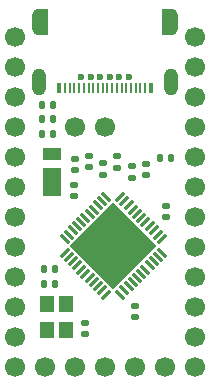
<source format=gts>
G04 #@! TF.GenerationSoftware,KiCad,Pcbnew,(5.99.0-11424-g2f41dd4074)*
G04 #@! TF.CreationDate,2021-09-18T21:26:06+03:00*
G04 #@! TF.ProjectId,goldfish,676f6c64-6669-4736-982e-6b696361645f,C*
G04 #@! TF.SameCoordinates,Original*
G04 #@! TF.FileFunction,Soldermask,Top*
G04 #@! TF.FilePolarity,Negative*
%FSLAX46Y46*%
G04 Gerber Fmt 4.6, Leading zero omitted, Abs format (unit mm)*
G04 Created by KiCad (PCBNEW (5.99.0-11424-g2f41dd4074)) date 2021-09-18 21:26:06*
%MOMM*%
%LPD*%
G01*
G04 APERTURE LIST*
G04 Aperture macros list*
%AMRoundRect*
0 Rectangle with rounded corners*
0 $1 Rounding radius*
0 $2 $3 $4 $5 $6 $7 $8 $9 X,Y pos of 4 corners*
0 Add a 4 corners polygon primitive as box body*
4,1,4,$2,$3,$4,$5,$6,$7,$8,$9,$2,$3,0*
0 Add four circle primitives for the rounded corners*
1,1,$1+$1,$2,$3*
1,1,$1+$1,$4,$5*
1,1,$1+$1,$6,$7*
1,1,$1+$1,$8,$9*
0 Add four rect primitives between the rounded corners*
20,1,$1+$1,$2,$3,$4,$5,0*
20,1,$1+$1,$4,$5,$6,$7,0*
20,1,$1+$1,$6,$7,$8,$9,0*
20,1,$1+$1,$8,$9,$2,$3,0*%
%AMRotRect*
0 Rectangle, with rotation*
0 The origin of the aperture is its center*
0 $1 length*
0 $2 width*
0 $3 Rotation angle, in degrees counterclockwise*
0 Add horizontal line*
21,1,$1,$2,0,0,$3*%
G04 Aperture macros list end*
%ADD10RoundRect,0.062500X-0.380070X0.291682X0.291682X-0.380070X0.380070X-0.291682X-0.291682X0.380070X0*%
%ADD11RoundRect,0.062500X-0.380070X-0.291682X-0.291682X-0.380070X0.380070X0.291682X0.291682X0.380070X0*%
%ADD12RotRect,5.200000X5.200000X315.000000*%
%ADD13RoundRect,0.147500X-0.147500X-0.172500X0.147500X-0.172500X0.147500X0.172500X-0.147500X0.172500X0*%
%ADD14RoundRect,0.147500X0.172500X-0.147500X0.172500X0.147500X-0.172500X0.147500X-0.172500X-0.147500X0*%
%ADD15R,1.200000X1.400000*%
%ADD16R,1.500000X2.400000*%
%ADD17R,1.500000X1.050000*%
%ADD18R,0.230000X0.850000*%
%ADD19C,0.600000*%
%ADD20R,0.460000X0.850000*%
%ADD21R,0.700000X2.300000*%
%ADD22O,1.200000X2.300000*%
%ADD23C,1.700000*%
%ADD24RoundRect,0.147500X-0.172500X0.147500X-0.172500X-0.147500X0.172500X-0.147500X0.172500X0.147500X0*%
%ADD25RoundRect,0.147500X0.147500X0.172500X-0.147500X0.172500X-0.147500X-0.172500X0.147500X-0.172500X0*%
G04 APERTURE END LIST*
D10*
X30107798Y-40872264D03*
X29754245Y-41225818D03*
X29400691Y-41579371D03*
X29047138Y-41932924D03*
X28693585Y-42286478D03*
X28340031Y-42640031D03*
X27986478Y-42993585D03*
X27632924Y-43347138D03*
X27279371Y-43700691D03*
X26925818Y-44054245D03*
X26572264Y-44407798D03*
D11*
X26572264Y-45592202D03*
X26925818Y-45945755D03*
X27279371Y-46299309D03*
X27632924Y-46652862D03*
X27986478Y-47006415D03*
X28340031Y-47359969D03*
X28693585Y-47713522D03*
X29047138Y-48067076D03*
X29400691Y-48420629D03*
X29754245Y-48774182D03*
X30107798Y-49127736D03*
D10*
X31292202Y-49127736D03*
X31645755Y-48774182D03*
X31999309Y-48420629D03*
X32352862Y-48067076D03*
X32706415Y-47713522D03*
X33059969Y-47359969D03*
X33413522Y-47006415D03*
X33767076Y-46652862D03*
X34120629Y-46299309D03*
X34474182Y-45945755D03*
X34827736Y-45592202D03*
D11*
X34827736Y-44407798D03*
X34474182Y-44054245D03*
X34120629Y-43700691D03*
X33767076Y-43347138D03*
X33413522Y-42993585D03*
X33059969Y-42640031D03*
X32706415Y-42286478D03*
X32352862Y-41932924D03*
X31999309Y-41579371D03*
X31645755Y-41225818D03*
X31292202Y-40872264D03*
D12*
X30700000Y-45000000D03*
D13*
X24815000Y-48200000D03*
X25785000Y-48200000D03*
D14*
X28300000Y-52485000D03*
X28300000Y-51515000D03*
D15*
X26700000Y-52100000D03*
X26700000Y-49900000D03*
X25100000Y-49900000D03*
X25100000Y-52100000D03*
D14*
X28650000Y-38335000D03*
X28650000Y-37365000D03*
X29850000Y-38985000D03*
X29850000Y-38015000D03*
D13*
X24665000Y-35500000D03*
X25635000Y-35500000D03*
D14*
X27450000Y-38585000D03*
X27450000Y-37615000D03*
X32250000Y-39235000D03*
X32250000Y-38265000D03*
D16*
X25500000Y-39600000D03*
D17*
X25500000Y-37225000D03*
D14*
X27400000Y-40785000D03*
X27400000Y-39815000D03*
D13*
X34615000Y-37600000D03*
X35585000Y-37600000D03*
D18*
X32200000Y-31615000D03*
X31800000Y-31615000D03*
X31400000Y-31615000D03*
X31000000Y-31615000D03*
X30600000Y-31615000D03*
X30200000Y-31615000D03*
X29800000Y-31615000D03*
X29400000Y-31615000D03*
X29000000Y-31615000D03*
X28600000Y-31615000D03*
X28200000Y-31615000D03*
X27800000Y-31615000D03*
X26600000Y-31615000D03*
X27000000Y-31615000D03*
X27400000Y-31615000D03*
D19*
X28000000Y-30690000D03*
X28800000Y-30690000D03*
X29600000Y-30690000D03*
X30400000Y-30690000D03*
X31200000Y-30690000D03*
X32000000Y-30690000D03*
D18*
X32600000Y-31615000D03*
X33000000Y-31615000D03*
X33400000Y-31615000D03*
D20*
X26085000Y-31615000D03*
X33915000Y-31615000D03*
D21*
X24800000Y-26090000D03*
X35200000Y-26090000D03*
D22*
X24450000Y-31140000D03*
X35550000Y-26090000D03*
X24450000Y-26090000D03*
X35550000Y-31140000D03*
D23*
X35080000Y-55240000D03*
X32540000Y-55240000D03*
X30000000Y-55240000D03*
X27460000Y-55240000D03*
X24920000Y-55240000D03*
X27460000Y-34920000D03*
X30000000Y-34920000D03*
X22380000Y-55240000D03*
X22380000Y-52700000D03*
X22380000Y-50160000D03*
X22380000Y-47620000D03*
X22380000Y-45080000D03*
X22380000Y-42540000D03*
X22380000Y-40000000D03*
X22380000Y-37460000D03*
X22380000Y-34920000D03*
X22380000Y-32380000D03*
X22380000Y-29840000D03*
X22380000Y-27300000D03*
X37620000Y-27300000D03*
X37620000Y-29840000D03*
X37620000Y-32380000D03*
X37620000Y-34920000D03*
X37620000Y-37460000D03*
X37620000Y-40000000D03*
X37620000Y-42540000D03*
X37620000Y-45080000D03*
X37620000Y-47620000D03*
X37620000Y-50160000D03*
X37620000Y-52700000D03*
X37620000Y-55240000D03*
D13*
X24665000Y-33100000D03*
X25635000Y-33100000D03*
X24665000Y-34300000D03*
X25635000Y-34300000D03*
D14*
X31050000Y-38385000D03*
X31050000Y-37415000D03*
D24*
X35200000Y-41615000D03*
X35200000Y-42585000D03*
X32550000Y-50065000D03*
X32550000Y-51035000D03*
D25*
X25785000Y-47000000D03*
X24815000Y-47000000D03*
D14*
X33450000Y-39035000D03*
X33450000Y-38065000D03*
M02*

</source>
